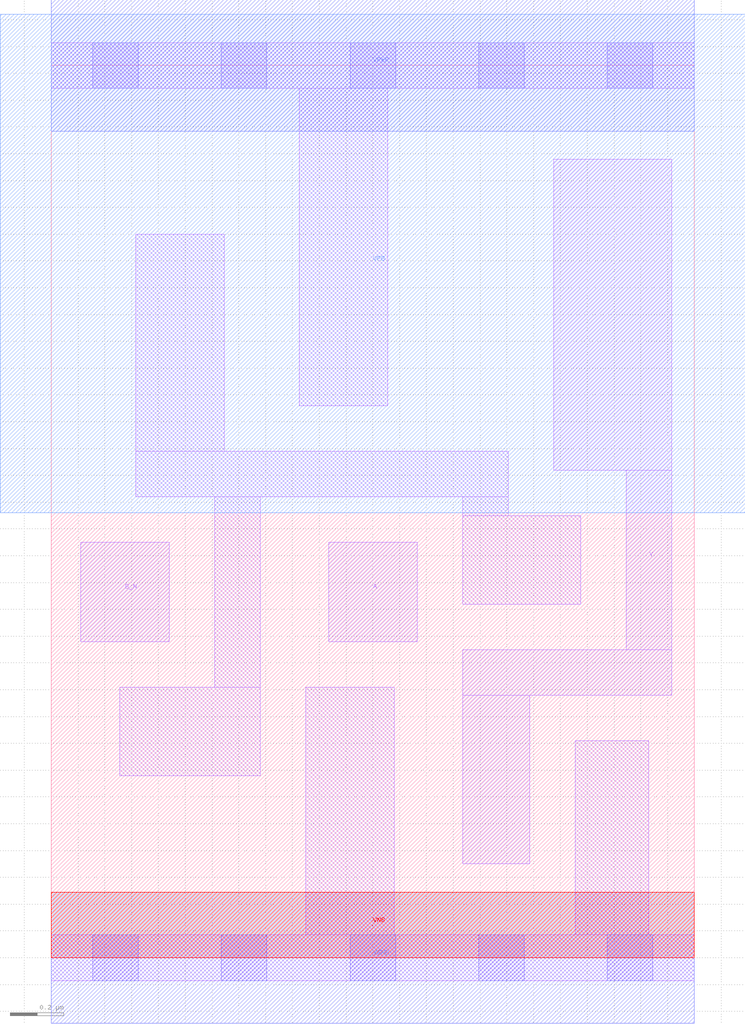
<source format=lef>
# Copyright 2020 The SkyWater PDK Authors
#
# Licensed under the Apache License, Version 2.0 (the "License");
# you may not use this file except in compliance with the License.
# You may obtain a copy of the License at
#
#     https://www.apache.org/licenses/LICENSE-2.0
#
# Unless required by applicable law or agreed to in writing, software
# distributed under the License is distributed on an "AS IS" BASIS,
# WITHOUT WARRANTIES OR CONDITIONS OF ANY KIND, either express or implied.
# See the License for the specific language governing permissions and
# limitations under the License.
#
# SPDX-License-Identifier: Apache-2.0

VERSION 5.7 ;
  NOWIREEXTENSIONATPIN ON ;
  DIVIDERCHAR "/" ;
  BUSBITCHARS "[]" ;
MACRO sky130_fd_sc_ls__nor2b_1
  CLASS CORE ;
  FOREIGN sky130_fd_sc_ls__nor2b_1 ;
  ORIGIN  0.000000  0.000000 ;
  SIZE  2.400000 BY  3.330000 ;
  SYMMETRY X Y ;
  SITE unit ;
  PIN A
    ANTENNAGATEAREA  0.279000 ;
    DIRECTION INPUT ;
    USE SIGNAL ;
    PORT
      LAYER li1 ;
        RECT 1.035000 1.180000 1.365000 1.550000 ;
    END
  END A
  PIN B_N
    ANTENNAGATEAREA  0.208500 ;
    DIRECTION INPUT ;
    USE SIGNAL ;
    PORT
      LAYER li1 ;
        RECT 0.110000 1.180000 0.440000 1.550000 ;
    END
  END B_N
  PIN Y
    ANTENNADIFFAREA  0.682700 ;
    DIRECTION OUTPUT ;
    USE SIGNAL ;
    PORT
      LAYER li1 ;
        RECT 1.535000 0.350000 1.785000 0.980000 ;
        RECT 1.535000 0.980000 2.315000 1.150000 ;
        RECT 1.875000 1.820000 2.315000 2.980000 ;
        RECT 2.145000 1.150000 2.315000 1.820000 ;
    END
  END Y
  PIN VGND
    DIRECTION INOUT ;
    SHAPE ABUTMENT ;
    USE GROUND ;
    PORT
      LAYER met1 ;
        RECT 0.000000 -0.245000 2.400000 0.245000 ;
    END
  END VGND
  PIN VNB
    DIRECTION INOUT ;
    USE GROUND ;
    PORT
      LAYER pwell ;
        RECT 0.000000 0.000000 2.400000 0.245000 ;
    END
  END VNB
  PIN VPB
    DIRECTION INOUT ;
    USE POWER ;
    PORT
      LAYER nwell ;
        RECT -0.190000 1.660000 2.590000 3.520000 ;
    END
  END VPB
  PIN VPWR
    DIRECTION INOUT ;
    SHAPE ABUTMENT ;
    USE POWER ;
    PORT
      LAYER met1 ;
        RECT 0.000000 3.085000 2.400000 3.575000 ;
    END
  END VPWR
  OBS
    LAYER li1 ;
      RECT 0.000000 -0.085000 2.400000 0.085000 ;
      RECT 0.000000  3.245000 2.400000 3.415000 ;
      RECT 0.255000  0.680000 0.780000 1.010000 ;
      RECT 0.315000  1.720000 1.705000 1.890000 ;
      RECT 0.315000  1.890000 0.645000 2.700000 ;
      RECT 0.610000  1.010000 0.780000 1.720000 ;
      RECT 0.925000  2.060000 1.255000 3.245000 ;
      RECT 0.950000  0.085000 1.280000 1.010000 ;
      RECT 1.535000  1.320000 1.975000 1.650000 ;
      RECT 1.535000  1.650000 1.705000 1.720000 ;
      RECT 1.955000  0.085000 2.230000 0.810000 ;
    LAYER mcon ;
      RECT 0.155000 -0.085000 0.325000 0.085000 ;
      RECT 0.155000  3.245000 0.325000 3.415000 ;
      RECT 0.635000 -0.085000 0.805000 0.085000 ;
      RECT 0.635000  3.245000 0.805000 3.415000 ;
      RECT 1.115000 -0.085000 1.285000 0.085000 ;
      RECT 1.115000  3.245000 1.285000 3.415000 ;
      RECT 1.595000 -0.085000 1.765000 0.085000 ;
      RECT 1.595000  3.245000 1.765000 3.415000 ;
      RECT 2.075000 -0.085000 2.245000 0.085000 ;
      RECT 2.075000  3.245000 2.245000 3.415000 ;
  END
END sky130_fd_sc_ls__nor2b_1
END LIBRARY

</source>
